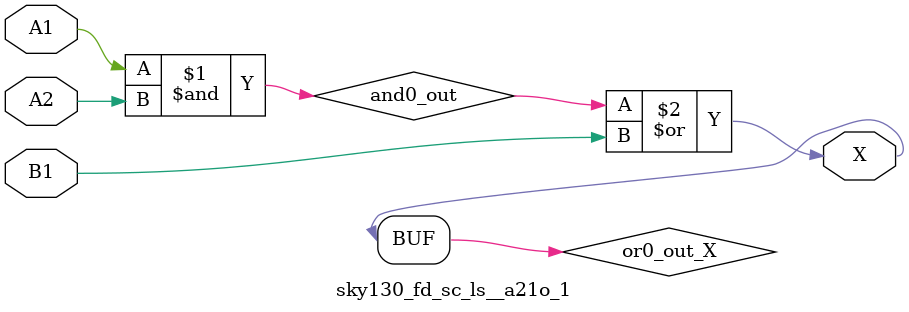
<source format=v>
/*
 * Copyright 2020 The SkyWater PDK Authors
 *
 * Licensed under the Apache License, Version 2.0 (the "License");
 * you may not use this file except in compliance with the License.
 * You may obtain a copy of the License at
 *
 *     https://www.apache.org/licenses/LICENSE-2.0
 *
 * Unless required by applicable law or agreed to in writing, software
 * distributed under the License is distributed on an "AS IS" BASIS,
 * WITHOUT WARRANTIES OR CONDITIONS OF ANY KIND, either express or implied.
 * See the License for the specific language governing permissions and
 * limitations under the License.
 *
 * SPDX-License-Identifier: Apache-2.0
*/


`ifndef SKY130_FD_SC_LS__A21O_1_FUNCTIONAL_V
`define SKY130_FD_SC_LS__A21O_1_FUNCTIONAL_V

/**
 * a21o: 2-input AND into first input of 2-input OR.
 *
 *       X = ((A1 & A2) | B1)
 *
 * Verilog simulation functional model.
 */

`timescale 1ns / 1ps
`default_nettype none

`celldefine
module sky130_fd_sc_ls__a21o_1 (
    X ,
    A1,
    A2,
    B1
);

    // Module ports
    output X ;
    input  A1;
    input  A2;
    input  B1;

    // Local signals
    wire and0_out ;
    wire or0_out_X;

    //  Name  Output     Other arguments
    and and0 (and0_out , A1, A2         );
    or  or0  (or0_out_X, and0_out, B1   );
    buf buf0 (X        , or0_out_X      );

endmodule
`endcelldefine

`default_nettype wire
`endif  // SKY130_FD_SC_LS__A21O_1_FUNCTIONAL_V

</source>
